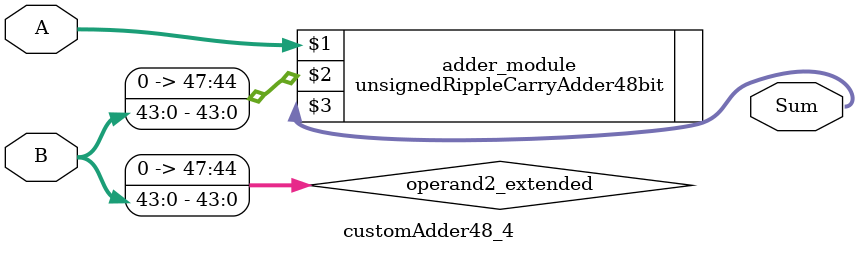
<source format=v>
module customAdder48_4(
                        input [47 : 0] A,
                        input [43 : 0] B,
                        
                        output [48 : 0] Sum
                );

        wire [47 : 0] operand2_extended;
        
        assign operand2_extended =  {4'b0, B};
        
        unsignedRippleCarryAdder48bit adder_module(
            A,
            operand2_extended,
            Sum
        );
        
        endmodule
        
</source>
